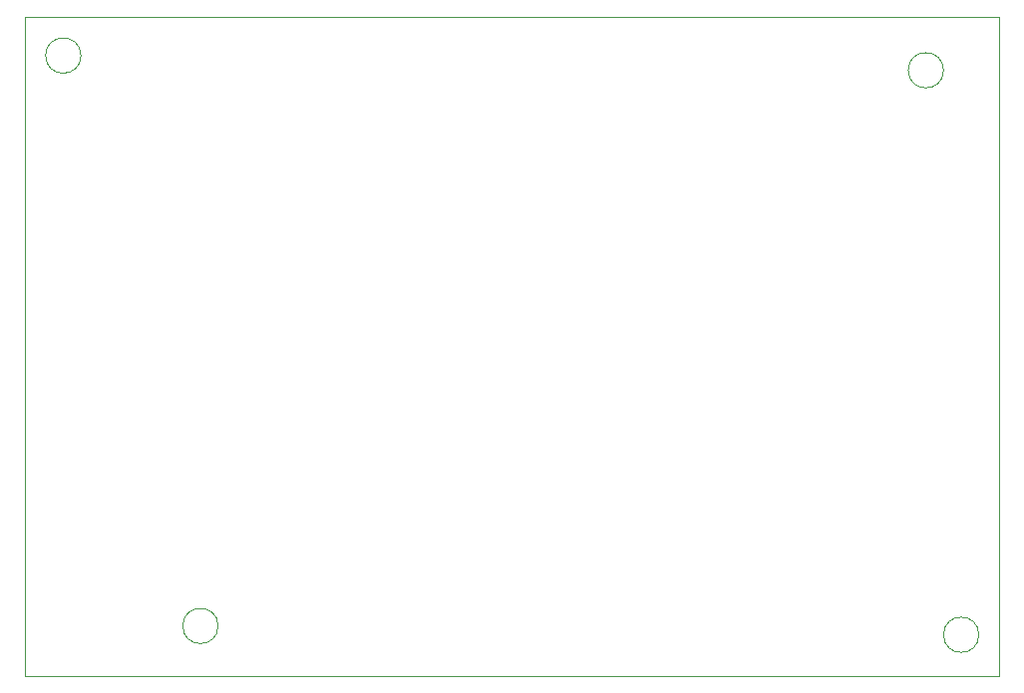
<source format=gbr>
%TF.GenerationSoftware,KiCad,Pcbnew,9.0.0*%
%TF.CreationDate,2025-03-22T23:10:54-04:00*%
%TF.ProjectId,simpleSBC,73696d70-6c65-4534-9243-2e6b69636164,rev?*%
%TF.SameCoordinates,Original*%
%TF.FileFunction,Profile,NP*%
%FSLAX46Y46*%
G04 Gerber Fmt 4.6, Leading zero omitted, Abs format (unit mm)*
G04 Created by KiCad (PCBNEW 9.0.0) date 2025-03-22 23:10:54*
%MOMM*%
%LPD*%
G01*
G04 APERTURE LIST*
%TA.AperFunction,Profile*%
%ADD10C,0.100000*%
%TD*%
G04 APERTURE END LIST*
D10*
X188500000Y-112000000D02*
G75*
G02*
X185500000Y-112000000I-1500000J0D01*
G01*
X185500000Y-112000000D02*
G75*
G02*
X188500000Y-112000000I1500000J0D01*
G01*
X112250000Y-62750000D02*
G75*
G02*
X109250000Y-62750000I-1500000J0D01*
G01*
X109250000Y-62750000D02*
G75*
G02*
X112250000Y-62750000I1500000J0D01*
G01*
X107500000Y-59500000D02*
X190200000Y-59500000D01*
X190200000Y-115500000D01*
X107500000Y-115500000D01*
X107500000Y-59500000D01*
X123900000Y-111250000D02*
G75*
G02*
X120900000Y-111250000I-1500000J0D01*
G01*
X120900000Y-111250000D02*
G75*
G02*
X123900000Y-111250000I1500000J0D01*
G01*
X185500000Y-64000000D02*
G75*
G02*
X182500000Y-64000000I-1500000J0D01*
G01*
X182500000Y-64000000D02*
G75*
G02*
X185500000Y-64000000I1500000J0D01*
G01*
M02*

</source>
